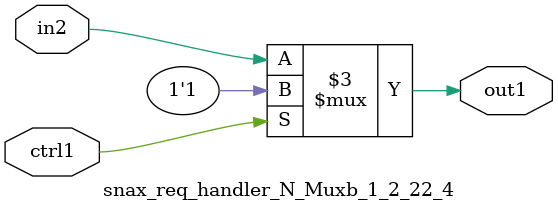
<source format=v>

`timescale 1ps / 1ps


module snax_req_handler_N_Muxb_1_2_22_4( in2, ctrl1, out1 );

    input in2;
    input ctrl1;
    output out1;
    reg out1;

    
    // rtl_process:snax_req_handler_N_Muxb_1_2_22_4/snax_req_handler_N_Muxb_1_2_22_4_thread_1
    always @*
      begin : snax_req_handler_N_Muxb_1_2_22_4_thread_1
        case (ctrl1) 
          1'b1: 
            begin
              out1 = 1'b1;
            end
          default: 
            begin
              out1 = in2;
            end
        endcase
      end

endmodule





</source>
